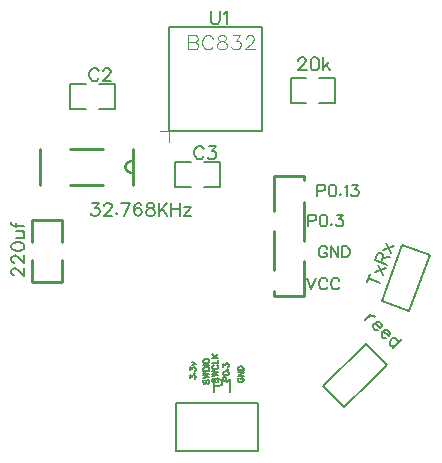
<source format=gto>
G04 Layer: TopSilkLayer*
G04 EasyEDA v5.9.42, Tue, 16 Apr 2019 11:47:19 GMT*
G04 d50fdd4d9f664dc78ddcbe030e5111f0*
G04 Gerber Generator version 0.2*
G04 Scale: 100 percent, Rotated: No, Reflected: No *
G04 Dimensions in inches *
G04 leading zeros omitted , absolute positions ,2 integer and 4 decimal *
%FSLAX24Y24*%
%MOIN*%
G90*
G70D02*

%ADD10C,0.010000*%
%ADD28C,0.008000*%
%ADD29C,0.007992*%
%ADD30C,0.000390*%
%ADD31C,0.005000*%
%ADD32C,0.007870*%
%ADD33C,0.007874*%
%ADD34C,0.006000*%
%ADD35C,0.004000*%

%LPD*%
G54D10*
G01X10150Y6469D02*
G01X10150Y5300D01*
G01X9150Y5300D01*
G01X9150Y5450D01*
G01X9150Y8130D02*
G01X9150Y9300D01*
G01X10150Y9300D01*
G01X10150Y9150D01*
G01X10150Y8440D02*
G01X10150Y7140D01*
G01X9150Y6159D02*
G01X9150Y7459D01*
G01X1100Y6500D02*
G01X1100Y5772D01*
G01X2100Y5772D01*
G01X2100Y6499D01*
G01X2100Y7100D02*
G01X2100Y7831D01*
G01X1100Y7831D01*
G01X1100Y7100D01*
G54D28*
G01X11496Y1589D02*
G01X10789Y2296D01*
G01X12203Y3710D01*
G01X12910Y3003D01*
G01X12380Y2473D01*
G54D29*
G01X11496Y1589D02*
G01X12380Y2473D01*
G54D30*
G01X5353Y10794D02*
G01X5668Y10794D01*
G01X5668Y10735D01*
G01X5668Y10435D01*
G01X5666Y10795D02*
G01X5666Y10999D01*
G01X5668Y10894D02*
G01X5668Y10853D01*
G01X5668Y10794D01*
G54D31*
G01X5708Y10794D02*
G01X5668Y10834D01*
G01X5668Y14259D01*
G01X8739Y14259D01*
G01X8739Y10794D01*
G01X5708Y10794D01*
G01X5668Y10794D01*
G54D32*
G01X3318Y11542D02*
G01X3838Y11542D01*
G01X3838Y12357D01*
G01X3318Y12357D01*
G01X2872Y11542D02*
G01X2353Y11542D01*
G01X2353Y12357D01*
G01X2872Y12357D01*
G01X6818Y8942D02*
G01X7338Y8942D01*
G01X7338Y9757D01*
G01X6818Y9757D01*
G01X6372Y8942D02*
G01X5853Y8942D01*
G01X5853Y9757D01*
G01X6372Y9757D01*
G54D33*
G01X5872Y139D02*
G01X8627Y139D01*
G01X5872Y139D02*
G01X5872Y1733D01*
G01X8627Y1733D01*
G01X8627Y139D01*
G54D10*
G01X1359Y9009D02*
G01X1359Y10190D01*
G01X4440Y10190D02*
G01X4440Y9009D01*
G01X3450Y9009D02*
G01X2350Y9009D01*
G01X2350Y10190D02*
G01X3450Y10190D01*
G54D32*
G01X10668Y11742D02*
G01X11188Y11742D01*
G01X11188Y12557D01*
G01X10668Y12557D01*
G01X10222Y11742D02*
G01X9703Y11742D01*
G01X9703Y12557D01*
G01X10222Y12557D01*
G54D28*
G01X13422Y7010D02*
G01X14352Y6672D01*
G01X13668Y4792D01*
G01X12738Y5131D01*
G01X13422Y7010D01*
G54D34*
G01X501Y5982D02*
G01X480Y5982D01*
G01X440Y6003D01*
G01X420Y6023D01*
G01X400Y6064D01*
G01X400Y6146D01*
G01X419Y6187D01*
G01X440Y6207D01*
G01X480Y6228D01*
G01X521Y6228D01*
G01X562Y6207D01*
G01X625Y6167D01*
G01X828Y5962D01*
G01X829Y6248D01*
G01X501Y6404D02*
G01X480Y6404D01*
G01X440Y6424D01*
G01X419Y6445D01*
G01X400Y6486D01*
G01X400Y6567D01*
G01X420Y6608D01*
G01X440Y6629D01*
G01X480Y6648D01*
G01X521Y6649D01*
G01X562Y6629D01*
G01X625Y6588D01*
G01X828Y6383D01*
G01X828Y6670D01*
G01X400Y6927D02*
G01X419Y6866D01*
G01X480Y6825D01*
G01X584Y6805D01*
G01X644Y6805D01*
G01X746Y6825D01*
G01X808Y6866D01*
G01X829Y6927D01*
G01X829Y6967D01*
G01X809Y7030D01*
G01X746Y7071D01*
G01X644Y7091D01*
G01X583Y7091D01*
G01X480Y7071D01*
G01X420Y7030D01*
G01X400Y6968D01*
G01X400Y6927D01*
G01X542Y7226D02*
G01X746Y7226D01*
G01X809Y7247D01*
G01X828Y7287D01*
G01X828Y7349D01*
G01X809Y7390D01*
G01X746Y7451D01*
G01X542Y7451D02*
G01X828Y7451D01*
G01X400Y7750D02*
G01X400Y7709D01*
G01X419Y7668D01*
G01X480Y7646D01*
G01X828Y7647D01*
G01X542Y7586D02*
G01X543Y7728D01*
G01X12402Y4699D02*
G01X12199Y4497D01*
G01X12315Y4613D02*
G01X12373Y4642D01*
G01X12431Y4642D01*
G01X12474Y4627D01*
G01X12518Y4584D01*
G01X12527Y4402D02*
G01X12700Y4229D01*
G01X12728Y4257D01*
G01X12743Y4300D01*
G01X12743Y4330D01*
G01X12728Y4373D01*
G01X12685Y4416D01*
G01X12642Y4431D01*
G01X12584Y4431D01*
G01X12527Y4402D01*
G01X12498Y4373D01*
G01X12468Y4315D01*
G01X12468Y4257D01*
G01X12483Y4214D01*
G01X12526Y4171D01*
G01X12569Y4156D01*
G01X12627Y4156D01*
G01X12796Y4133D02*
G01X12970Y3959D01*
G01X12998Y3987D01*
G01X13012Y4031D01*
G01X13013Y4060D01*
G01X12998Y4103D01*
G01X12955Y4147D01*
G01X12912Y4161D01*
G01X12854Y4161D01*
G01X12796Y4133D01*
G01X12767Y4104D01*
G01X12738Y4045D01*
G01X12738Y3987D01*
G01X12752Y3944D01*
G01X12796Y3901D01*
G01X12839Y3886D01*
G01X12897Y3886D01*
G01X13426Y3878D02*
G01X13122Y3574D01*
G01X13281Y3734D02*
G01X13281Y3792D01*
G01X13267Y3835D01*
G01X13223Y3878D01*
G01X13180Y3893D01*
G01X13122Y3893D01*
G01X13065Y3864D01*
G01X13036Y3835D01*
G01X13006Y3777D01*
G01X13006Y3719D01*
G01X13021Y3676D01*
G01X13064Y3632D01*
G01X13107Y3618D01*
G01X13165Y3618D01*
G01X7050Y14788D02*
G01X7050Y14482D01*
G01X7069Y14421D01*
G01X7111Y14380D01*
G01X7173Y14359D01*
G01X7213Y14359D01*
G01X7275Y14380D01*
G01X7315Y14421D01*
G01X7336Y14482D01*
G01X7336Y14788D01*
G01X7471Y14707D02*
G01X7511Y14726D01*
G01X7573Y14788D01*
G01X7573Y14359D01*
G54D35*
G01X6298Y13994D02*
G01X6298Y13517D01*
G01X6298Y13994D02*
G01X6503Y13994D01*
G01X6571Y13971D01*
G01X6594Y13948D01*
G01X6617Y13903D01*
G01X6617Y13857D01*
G01X6594Y13813D01*
G01X6571Y13790D01*
G01X6503Y13767D01*
G01X6298Y13767D02*
G01X6503Y13767D01*
G01X6571Y13744D01*
G01X6594Y13721D01*
G01X6617Y13676D01*
G01X6617Y13607D01*
G01X6594Y13563D01*
G01X6571Y13540D01*
G01X6503Y13517D01*
G01X6298Y13517D01*
G01X7107Y13880D02*
G01X7084Y13926D01*
G01X7040Y13971D01*
G01X6994Y13994D01*
G01X6903Y13994D01*
G01X6857Y13971D01*
G01X6811Y13926D01*
G01X6790Y13880D01*
G01X6767Y13813D01*
G01X6767Y13698D01*
G01X6790Y13630D01*
G01X6811Y13586D01*
G01X6857Y13540D01*
G01X6903Y13517D01*
G01X6994Y13517D01*
G01X7040Y13540D01*
G01X7084Y13586D01*
G01X7107Y13630D01*
G01X7371Y13994D02*
G01X7303Y13971D01*
G01X7280Y13926D01*
G01X7280Y13880D01*
G01X7303Y13836D01*
G01X7348Y13813D01*
G01X7440Y13790D01*
G01X7507Y13767D01*
G01X7553Y13721D01*
G01X7576Y13676D01*
G01X7576Y13607D01*
G01X7553Y13563D01*
G01X7530Y13540D01*
G01X7461Y13517D01*
G01X7371Y13517D01*
G01X7303Y13540D01*
G01X7280Y13563D01*
G01X7257Y13607D01*
G01X7257Y13676D01*
G01X7280Y13721D01*
G01X7326Y13767D01*
G01X7394Y13790D01*
G01X7484Y13813D01*
G01X7530Y13836D01*
G01X7553Y13880D01*
G01X7553Y13926D01*
G01X7530Y13971D01*
G01X7461Y13994D01*
G01X7371Y13994D01*
G01X7771Y13994D02*
G01X8021Y13994D01*
G01X7884Y13813D01*
G01X7953Y13813D01*
G01X7998Y13790D01*
G01X8021Y13767D01*
G01X8044Y13698D01*
G01X8044Y13653D01*
G01X8021Y13586D01*
G01X7976Y13540D01*
G01X7907Y13517D01*
G01X7840Y13517D01*
G01X7771Y13540D01*
G01X7748Y13563D01*
G01X7726Y13607D01*
G01X8217Y13880D02*
G01X8217Y13903D01*
G01X8240Y13948D01*
G01X8261Y13971D01*
G01X8307Y13994D01*
G01X8398Y13994D01*
G01X8444Y13971D01*
G01X8467Y13948D01*
G01X8490Y13903D01*
G01X8490Y13857D01*
G01X8467Y13813D01*
G01X8421Y13744D01*
G01X8194Y13517D01*
G01X8511Y13517D01*
G54D34*
G01X3306Y12785D02*
G01X3285Y12826D01*
G01X3244Y12867D01*
G01X3204Y12887D01*
G01X3122Y12887D01*
G01X3081Y12867D01*
G01X3040Y12826D01*
G01X3019Y12785D01*
G01X2999Y12723D01*
G01X2999Y12621D01*
G01X3019Y12560D01*
G01X3040Y12519D01*
G01X3081Y12478D01*
G01X3122Y12457D01*
G01X3204Y12457D01*
G01X3244Y12478D01*
G01X3285Y12519D01*
G01X3306Y12560D01*
G01X3461Y12785D02*
G01X3461Y12805D01*
G01X3482Y12846D01*
G01X3502Y12867D01*
G01X3543Y12887D01*
G01X3625Y12887D01*
G01X3666Y12867D01*
G01X3686Y12846D01*
G01X3707Y12805D01*
G01X3707Y12764D01*
G01X3686Y12723D01*
G01X3645Y12662D01*
G01X3441Y12457D01*
G01X3727Y12457D01*
G01X6806Y10185D02*
G01X6785Y10226D01*
G01X6744Y10267D01*
G01X6704Y10287D01*
G01X6622Y10287D01*
G01X6581Y10267D01*
G01X6540Y10226D01*
G01X6519Y10185D01*
G01X6499Y10123D01*
G01X6499Y10021D01*
G01X6519Y9960D01*
G01X6540Y9919D01*
G01X6581Y9878D01*
G01X6622Y9857D01*
G01X6704Y9857D01*
G01X6744Y9878D01*
G01X6785Y9919D01*
G01X6806Y9960D01*
G01X6982Y10287D02*
G01X7207Y10287D01*
G01X7084Y10123D01*
G01X7145Y10123D01*
G01X7186Y10103D01*
G01X7207Y10082D01*
G01X7227Y10021D01*
G01X7227Y9980D01*
G01X7207Y9919D01*
G01X7166Y9878D01*
G01X7104Y9857D01*
G01X7043Y9857D01*
G01X6982Y9878D01*
G01X6961Y9898D01*
G01X6941Y9939D01*
G01X7149Y2528D02*
G01X7149Y2099D01*
G01X7149Y2528D02*
G01X7333Y2528D01*
G01X7394Y2508D01*
G01X7415Y2487D01*
G01X7435Y2446D01*
G01X7435Y2385D01*
G01X7415Y2344D01*
G01X7394Y2324D01*
G01X7333Y2303D01*
G01X7149Y2303D01*
G01X7570Y2446D02*
G01X7611Y2467D01*
G01X7673Y2528D01*
G01X7673Y2099D01*
G01X3090Y8400D02*
G01X3315Y8400D01*
G01X3192Y8236D01*
G01X3255Y8236D01*
G01X3294Y8215D01*
G01X3315Y8196D01*
G01X3336Y8134D01*
G01X3336Y8094D01*
G01X3315Y8032D01*
G01X3275Y7990D01*
G01X3213Y7971D01*
G01X3151Y7971D01*
G01X3090Y7990D01*
G01X3069Y8011D01*
G01X3050Y8053D01*
G01X3492Y8298D02*
G01X3492Y8319D01*
G01X3511Y8359D01*
G01X3532Y8380D01*
G01X3573Y8400D01*
G01X3655Y8400D01*
G01X3696Y8380D01*
G01X3717Y8359D01*
G01X3736Y8319D01*
G01X3736Y8278D01*
G01X3717Y8236D01*
G01X3676Y8175D01*
G01X3471Y7971D01*
G01X3757Y7971D01*
G01X3913Y8073D02*
G01X3892Y8053D01*
G01X3913Y8032D01*
G01X3934Y8053D01*
G01X3913Y8073D01*
G01X4355Y8400D02*
G01X4150Y7971D01*
G01X4069Y8400D02*
G01X4355Y8400D01*
G01X4734Y8338D02*
G01X4715Y8380D01*
G01X4653Y8400D01*
G01X4613Y8400D01*
G01X4551Y8380D01*
G01X4509Y8319D01*
G01X4490Y8215D01*
G01X4490Y8113D01*
G01X4509Y8032D01*
G01X4551Y7990D01*
G01X4613Y7971D01*
G01X4632Y7971D01*
G01X4694Y7990D01*
G01X4734Y8032D01*
G01X4755Y8094D01*
G01X4755Y8113D01*
G01X4734Y8175D01*
G01X4694Y8215D01*
G01X4632Y8236D01*
G01X4613Y8236D01*
G01X4551Y8215D01*
G01X4509Y8175D01*
G01X4490Y8113D01*
G01X4992Y8400D02*
G01X4932Y8380D01*
G01X4911Y8338D01*
G01X4911Y8298D01*
G01X4932Y8257D01*
G01X4973Y8236D01*
G01X5055Y8215D01*
G01X5115Y8196D01*
G01X5157Y8155D01*
G01X5176Y8113D01*
G01X5176Y8053D01*
G01X5157Y8011D01*
G01X5136Y7990D01*
G01X5075Y7971D01*
G01X4992Y7971D01*
G01X4932Y7990D01*
G01X4911Y8011D01*
G01X4890Y8053D01*
G01X4890Y8113D01*
G01X4911Y8155D01*
G01X4951Y8196D01*
G01X5013Y8215D01*
G01X5094Y8236D01*
G01X5136Y8257D01*
G01X5157Y8298D01*
G01X5157Y8338D01*
G01X5136Y8380D01*
G01X5075Y8400D01*
G01X4992Y8400D01*
G01X5311Y8400D02*
G01X5311Y7971D01*
G01X5598Y8400D02*
G01X5311Y8113D01*
G01X5415Y8215D02*
G01X5598Y7971D01*
G01X5734Y8400D02*
G01X5734Y7971D01*
G01X6019Y8400D02*
G01X6019Y7971D01*
G01X5734Y8196D02*
G01X6019Y8196D01*
G01X6380Y8257D02*
G01X6155Y7971D01*
G01X6155Y8257D02*
G01X6380Y8257D01*
G01X6155Y7971D02*
G01X6380Y7971D01*
G01X9969Y13147D02*
G01X9969Y13167D01*
G01X9990Y13208D01*
G01X10011Y13229D01*
G01X10051Y13249D01*
G01X10134Y13249D01*
G01X10175Y13229D01*
G01X10194Y13208D01*
G01X10215Y13167D01*
G01X10215Y13126D01*
G01X10194Y13085D01*
G01X10155Y13024D01*
G01X9950Y12819D01*
G01X10236Y12819D01*
G01X10494Y13249D02*
G01X10432Y13229D01*
G01X10392Y13167D01*
G01X10371Y13065D01*
G01X10371Y13004D01*
G01X10392Y12901D01*
G01X10432Y12840D01*
G01X10494Y12819D01*
G01X10534Y12819D01*
G01X10596Y12840D01*
G01X10636Y12901D01*
G01X10657Y13004D01*
G01X10657Y13065D01*
G01X10636Y13167D01*
G01X10596Y13229D01*
G01X10534Y13249D01*
G01X10494Y13249D01*
G01X10792Y13249D02*
G01X10792Y12819D01*
G01X10996Y13106D02*
G01X10792Y12901D01*
G01X10875Y12983D02*
G01X11017Y12819D01*
G01X12298Y5891D02*
G01X12702Y5744D01*
G01X12250Y5757D02*
G01X12348Y6027D01*
G01X12529Y6104D02*
G01X12875Y6218D01*
G01X12606Y6316D02*
G01X12798Y6006D01*
G01X12517Y6492D02*
G01X12921Y6345D01*
G01X12517Y6492D02*
G01X12580Y6665D01*
G01X12620Y6715D01*
G01X12646Y6728D01*
G01X12692Y6732D01*
G01X12730Y6718D01*
G01X12762Y6686D01*
G01X12774Y6659D01*
G01X12773Y6594D01*
G01X12710Y6422D01*
G01X12759Y6556D02*
G01X13019Y6613D01*
G01X12796Y6838D02*
G01X13142Y6952D01*
G01X12873Y7049D02*
G01X13065Y6740D01*
G54D28*
G01X10250Y5900D02*
G01X10394Y5518D01*
G01X10540Y5900D02*
G01X10394Y5518D01*
G01X10934Y5809D02*
G01X10915Y5846D01*
G01X10878Y5882D01*
G01X10842Y5900D01*
G01X10769Y5900D01*
G01X10734Y5882D01*
G01X10696Y5846D01*
G01X10678Y5809D01*
G01X10661Y5755D01*
G01X10661Y5664D01*
G01X10678Y5609D01*
G01X10696Y5573D01*
G01X10734Y5537D01*
G01X10769Y5518D01*
G01X10842Y5518D01*
G01X10878Y5537D01*
G01X10915Y5573D01*
G01X10934Y5609D01*
G01X11326Y5809D02*
G01X11307Y5846D01*
G01X11271Y5882D01*
G01X11234Y5900D01*
G01X11163Y5900D01*
G01X11126Y5882D01*
G01X11090Y5846D01*
G01X11071Y5809D01*
G01X11053Y5755D01*
G01X11053Y5664D01*
G01X11071Y5609D01*
G01X11090Y5573D01*
G01X11126Y5537D01*
G01X11163Y5518D01*
G01X11234Y5518D01*
G01X11271Y5537D01*
G01X11307Y5573D01*
G01X11326Y5609D01*
G01X10923Y6876D02*
G01X10905Y6913D01*
G01X10867Y6950D01*
G01X10832Y6967D01*
G01X10759Y6967D01*
G01X10723Y6950D01*
G01X10686Y6913D01*
G01X10667Y6876D01*
G01X10650Y6823D01*
G01X10650Y6732D01*
G01X10667Y6676D01*
G01X10686Y6640D01*
G01X10723Y6605D01*
G01X10759Y6586D01*
G01X10832Y6586D01*
G01X10867Y6605D01*
G01X10905Y6640D01*
G01X10923Y6676D01*
G01X10923Y6732D01*
G01X10832Y6732D02*
G01X10923Y6732D01*
G01X11042Y6967D02*
G01X11042Y6586D01*
G01X11042Y6967D02*
G01X11296Y6586D01*
G01X11296Y6967D02*
G01X11296Y6586D01*
G01X11417Y6967D02*
G01X11417Y6586D01*
G01X11417Y6967D02*
G01X11544Y6967D01*
G01X11598Y6950D01*
G01X11634Y6913D01*
G01X11653Y6876D01*
G01X11671Y6823D01*
G01X11671Y6732D01*
G01X11653Y6676D01*
G01X11634Y6640D01*
G01X11598Y6605D01*
G01X11544Y6586D01*
G01X11417Y6586D01*
G01X10300Y8000D02*
G01X10300Y7618D01*
G01X10300Y8000D02*
G01X10463Y8000D01*
G01X10517Y7982D01*
G01X10536Y7964D01*
G01X10555Y7927D01*
G01X10555Y7873D01*
G01X10536Y7837D01*
G01X10517Y7818D01*
G01X10463Y7800D01*
G01X10300Y7800D01*
G01X10784Y8000D02*
G01X10728Y7982D01*
G01X10692Y7927D01*
G01X10675Y7837D01*
G01X10675Y7782D01*
G01X10692Y7691D01*
G01X10728Y7637D01*
G01X10784Y7618D01*
G01X10819Y7618D01*
G01X10875Y7637D01*
G01X10911Y7691D01*
G01X10928Y7782D01*
G01X10928Y7837D01*
G01X10911Y7927D01*
G01X10875Y7982D01*
G01X10819Y8000D01*
G01X10784Y8000D01*
G01X11067Y7709D02*
G01X11048Y7691D01*
G01X11067Y7673D01*
G01X11084Y7691D01*
G01X11067Y7709D01*
G01X11242Y8000D02*
G01X11442Y8000D01*
G01X11332Y7855D01*
G01X11386Y7855D01*
G01X11423Y7837D01*
G01X11442Y7818D01*
G01X11459Y7764D01*
G01X11459Y7727D01*
G01X11442Y7673D01*
G01X11405Y7637D01*
G01X11351Y7618D01*
G01X11296Y7618D01*
G01X11242Y7637D01*
G01X11223Y7655D01*
G01X11205Y7691D01*
G01X10600Y9000D02*
G01X10600Y8617D01*
G01X10600Y9000D02*
G01X10763Y9000D01*
G01X10817Y8982D01*
G01X10836Y8963D01*
G01X10855Y8926D01*
G01X10855Y8873D01*
G01X10836Y8836D01*
G01X10817Y8817D01*
G01X10763Y8800D01*
G01X10600Y8800D01*
G01X11084Y9000D02*
G01X11028Y8982D01*
G01X10992Y8926D01*
G01X10975Y8836D01*
G01X10975Y8782D01*
G01X10992Y8690D01*
G01X11028Y8636D01*
G01X11084Y8617D01*
G01X11119Y8617D01*
G01X11175Y8636D01*
G01X11211Y8690D01*
G01X11228Y8782D01*
G01X11228Y8836D01*
G01X11211Y8926D01*
G01X11175Y8982D01*
G01X11119Y9000D01*
G01X11084Y9000D01*
G01X11367Y8709D02*
G01X11348Y8690D01*
G01X11367Y8673D01*
G01X11384Y8690D01*
G01X11367Y8709D01*
G01X11505Y8926D02*
G01X11542Y8946D01*
G01X11596Y9000D01*
G01X11596Y8617D01*
G01X11753Y9000D02*
G01X11953Y9000D01*
G01X11844Y8855D01*
G01X11898Y8855D01*
G01X11934Y8836D01*
G01X11953Y8817D01*
G01X11971Y8763D01*
G01X11971Y8726D01*
G01X11953Y8673D01*
G01X11915Y8636D01*
G01X11861Y8617D01*
G01X11807Y8617D01*
G01X11753Y8636D01*
G01X11734Y8655D01*
G01X11715Y8690D01*
G54D31*
G01X6350Y2555D02*
G01X6350Y2655D01*
G01X6423Y2601D01*
G01X6423Y2628D01*
G01X6432Y2646D01*
G01X6441Y2655D01*
G01X6468Y2664D01*
G01X6486Y2664D01*
G01X6514Y2655D01*
G01X6532Y2637D01*
G01X6541Y2610D01*
G01X6541Y2582D01*
G01X6532Y2555D01*
G01X6523Y2546D01*
G01X6504Y2537D01*
G01X6495Y2733D02*
G01X6504Y2724D01*
G01X6514Y2733D01*
G01X6504Y2742D01*
G01X6495Y2733D01*
G01X6350Y2821D02*
G01X6350Y2921D01*
G01X6423Y2866D01*
G01X6423Y2893D01*
G01X6432Y2912D01*
G01X6441Y2921D01*
G01X6468Y2930D01*
G01X6486Y2930D01*
G01X6514Y2921D01*
G01X6532Y2902D01*
G01X6541Y2875D01*
G01X6541Y2848D01*
G01X6532Y2821D01*
G01X6523Y2812D01*
G01X6504Y2802D01*
G01X6414Y2990D02*
G01X6541Y3044D01*
G01X6414Y3099D02*
G01X6541Y3044D01*
G01X6827Y2505D02*
G01X6809Y2487D01*
G01X6800Y2460D01*
G01X6800Y2423D01*
G01X6809Y2396D01*
G01X6827Y2378D01*
G01X6845Y2378D01*
G01X6864Y2387D01*
G01X6873Y2396D01*
G01X6882Y2414D01*
G01X6900Y2469D01*
G01X6909Y2487D01*
G01X6918Y2496D01*
G01X6936Y2505D01*
G01X6964Y2505D01*
G01X6982Y2487D01*
G01X6991Y2460D01*
G01X6991Y2423D01*
G01X6982Y2396D01*
G01X6964Y2378D01*
G01X6800Y2565D02*
G01X6991Y2611D01*
G01X6800Y2656D02*
G01X6991Y2611D01*
G01X6800Y2656D02*
G01X6991Y2702D01*
G01X6800Y2747D02*
G01X6991Y2702D01*
G01X6800Y2807D02*
G01X6991Y2807D01*
G01X6800Y2807D02*
G01X6800Y2871D01*
G01X6809Y2898D01*
G01X6827Y2916D01*
G01X6845Y2925D01*
G01X6873Y2934D01*
G01X6918Y2934D01*
G01X6945Y2925D01*
G01X6964Y2916D01*
G01X6982Y2898D01*
G01X6991Y2871D01*
G01X6991Y2807D01*
G01X6800Y2994D02*
G01X6991Y2994D01*
G01X6800Y3109D02*
G01X6809Y3091D01*
G01X6827Y3073D01*
G01X6845Y3063D01*
G01X6873Y3054D01*
G01X6918Y3054D01*
G01X6945Y3063D01*
G01X6964Y3073D01*
G01X6982Y3091D01*
G01X6991Y3109D01*
G01X6991Y3145D01*
G01X6982Y3163D01*
G01X6964Y3182D01*
G01X6945Y3191D01*
G01X6918Y3200D01*
G01X6873Y3200D01*
G01X6845Y3191D01*
G01X6827Y3182D01*
G01X6809Y3163D01*
G01X6800Y3145D01*
G01X6800Y3109D01*
G01X7126Y2555D02*
G01X7109Y2537D01*
G01X7100Y2510D01*
G01X7100Y2473D01*
G01X7109Y2446D01*
G01X7126Y2428D01*
G01X7144Y2428D01*
G01X7163Y2437D01*
G01X7173Y2446D01*
G01X7182Y2464D01*
G01X7200Y2519D01*
G01X7209Y2537D01*
G01X7217Y2546D01*
G01X7236Y2555D01*
G01X7263Y2555D01*
G01X7282Y2537D01*
G01X7290Y2510D01*
G01X7290Y2473D01*
G01X7282Y2446D01*
G01X7263Y2428D01*
G01X7100Y2615D02*
G01X7290Y2661D01*
G01X7100Y2706D02*
G01X7290Y2661D01*
G01X7100Y2706D02*
G01X7290Y2752D01*
G01X7100Y2797D02*
G01X7290Y2752D01*
G01X7144Y2993D02*
G01X7126Y2984D01*
G01X7109Y2966D01*
G01X7100Y2948D01*
G01X7100Y2912D01*
G01X7109Y2893D01*
G01X7126Y2875D01*
G01X7144Y2866D01*
G01X7173Y2857D01*
G01X7217Y2857D01*
G01X7244Y2866D01*
G01X7263Y2875D01*
G01X7282Y2893D01*
G01X7290Y2912D01*
G01X7290Y2948D01*
G01X7282Y2966D01*
G01X7263Y2984D01*
G01X7244Y2993D01*
G01X7100Y3053D02*
G01X7290Y3053D01*
G01X7290Y3053D02*
G01X7290Y3163D01*
G01X7100Y3223D02*
G01X7290Y3223D01*
G01X7100Y3350D02*
G01X7226Y3223D01*
G01X7182Y3268D02*
G01X7290Y3350D01*
G01X7449Y2469D02*
G01X7640Y2469D01*
G01X7449Y2469D02*
G01X7449Y2551D01*
G01X7458Y2578D01*
G01X7467Y2588D01*
G01X7485Y2596D01*
G01X7513Y2596D01*
G01X7531Y2588D01*
G01X7540Y2578D01*
G01X7549Y2551D01*
G01X7549Y2469D01*
G01X7449Y2711D02*
G01X7458Y2684D01*
G01X7485Y2665D01*
G01X7531Y2657D01*
G01X7558Y2657D01*
G01X7603Y2665D01*
G01X7631Y2684D01*
G01X7640Y2711D01*
G01X7640Y2730D01*
G01X7631Y2757D01*
G01X7603Y2775D01*
G01X7558Y2784D01*
G01X7531Y2784D01*
G01X7485Y2775D01*
G01X7458Y2757D01*
G01X7449Y2730D01*
G01X7449Y2711D01*
G01X7594Y2853D02*
G01X7603Y2844D01*
G01X7613Y2853D01*
G01X7603Y2863D01*
G01X7594Y2853D01*
G01X7449Y2940D02*
G01X7449Y3040D01*
G01X7522Y2986D01*
G01X7522Y3013D01*
G01X7531Y3032D01*
G01X7540Y3040D01*
G01X7567Y3050D01*
G01X7585Y3050D01*
G01X7613Y3040D01*
G01X7631Y3023D01*
G01X7640Y2994D01*
G01X7640Y2967D01*
G01X7631Y2940D01*
G01X7622Y2932D01*
G01X7603Y2923D01*
G01X7995Y2574D02*
G01X7977Y2565D01*
G01X7959Y2547D01*
G01X7950Y2529D01*
G01X7950Y2493D01*
G01X7959Y2474D01*
G01X7977Y2456D01*
G01X7995Y2447D01*
G01X8023Y2438D01*
G01X8068Y2438D01*
G01X8095Y2447D01*
G01X8114Y2456D01*
G01X8132Y2474D01*
G01X8141Y2493D01*
G01X8141Y2529D01*
G01X8132Y2547D01*
G01X8114Y2565D01*
G01X8095Y2574D01*
G01X8068Y2574D01*
G01X8068Y2529D02*
G01X8068Y2574D01*
G01X7950Y2634D02*
G01X8141Y2634D01*
G01X7950Y2634D02*
G01X8141Y2762D01*
G01X7950Y2762D02*
G01X8141Y2762D01*
G01X7950Y2822D02*
G01X8141Y2822D01*
G01X7950Y2822D02*
G01X7950Y2885D01*
G01X7959Y2913D01*
G01X7977Y2931D01*
G01X7995Y2940D01*
G01X8023Y2949D01*
G01X8068Y2949D01*
G01X8095Y2940D01*
G01X8114Y2931D01*
G01X8132Y2913D01*
G01X8141Y2885D01*
G01X8141Y2822D01*
G54D30*
G75*
G01X5669Y10736D02*
G03X5669Y10854I-3J59D01*
G01*
G75*
G01X5669Y10854D02*
G03X5669Y10736I2J-59D01*
G01*
G54D10*
G75*
G01X4396Y9403D02*
G02X4396Y9797I0J197D01*
G01*
M00*
M02*

</source>
